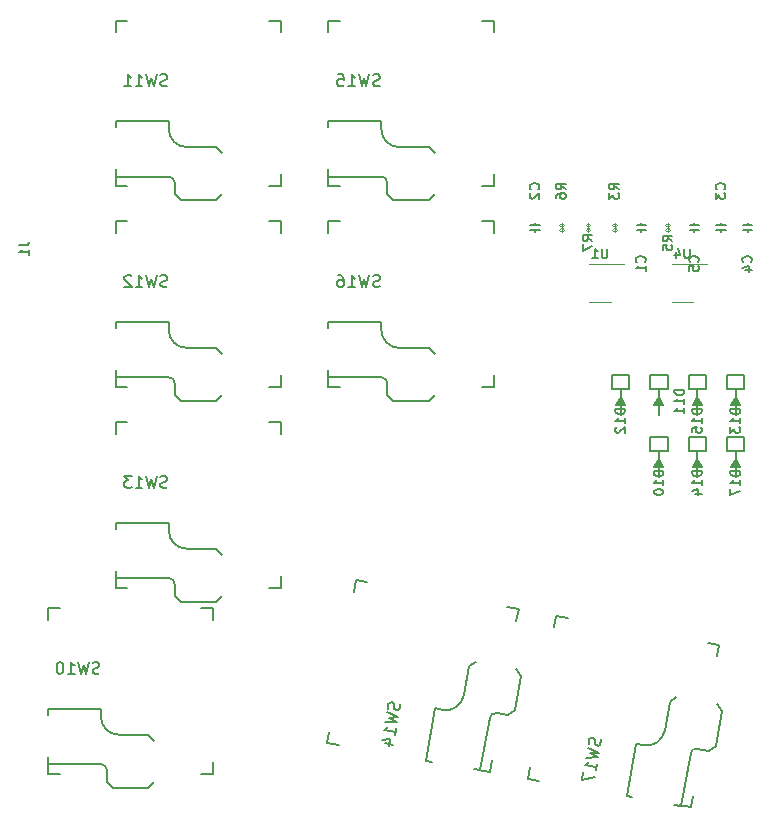
<source format=gbr>
%TF.GenerationSoftware,KiCad,Pcbnew,(5.99.0-11706-g59ad333650)*%
%TF.CreationDate,2021-08-22T22:29:06-05:00*%
%TF.ProjectId,lightwing_prototype,6c696768-7477-4696-9e67-5f70726f746f,rev?*%
%TF.SameCoordinates,Original*%
%TF.FileFunction,Legend,Bot*%
%TF.FilePolarity,Positive*%
%FSLAX46Y46*%
G04 Gerber Fmt 4.6, Leading zero omitted, Abs format (unit mm)*
G04 Created by KiCad (PCBNEW (5.99.0-11706-g59ad333650)) date 2021-08-22 22:29:06*
%MOMM*%
%LPD*%
G01*
G04 APERTURE LIST*
%ADD10C,0.152400*%
%ADD11C,0.150000*%
%ADD12C,0.120000*%
%ADD13C,0.160000*%
%ADD14C,0.200000*%
G04 APERTURE END LIST*
D10*
%TO.C,U4*%
X131119276Y-54804895D02*
X131119276Y-55462876D01*
X131080571Y-55540285D01*
X131041866Y-55578990D01*
X130964457Y-55617695D01*
X130809638Y-55617695D01*
X130732228Y-55578990D01*
X130693523Y-55540285D01*
X130654819Y-55462876D01*
X130654819Y-54804895D01*
X129919428Y-55075828D02*
X129919428Y-55617695D01*
X130112952Y-54766190D02*
X130306476Y-55346761D01*
X129803314Y-55346761D01*
%TO.C,D15*%
X132117695Y-68365473D02*
X131304895Y-68365473D01*
X131304895Y-68558997D01*
X131343600Y-68675111D01*
X131421009Y-68752520D01*
X131498419Y-68791225D01*
X131653238Y-68829930D01*
X131769352Y-68829930D01*
X131924171Y-68791225D01*
X132001580Y-68752520D01*
X132078990Y-68675111D01*
X132117695Y-68558997D01*
X132117695Y-68365473D01*
X132117695Y-69604025D02*
X132117695Y-69139568D01*
X132117695Y-69371797D02*
X131304895Y-69371797D01*
X131421009Y-69294387D01*
X131498419Y-69216978D01*
X131537123Y-69139568D01*
X131304895Y-70339416D02*
X131304895Y-69952368D01*
X131691942Y-69913663D01*
X131653238Y-69952368D01*
X131614533Y-70029778D01*
X131614533Y-70223301D01*
X131653238Y-70300711D01*
X131691942Y-70339416D01*
X131769352Y-70378120D01*
X131962876Y-70378120D01*
X132040285Y-70339416D01*
X132078990Y-70300711D01*
X132117695Y-70223301D01*
X132117695Y-70029778D01*
X132078990Y-69952368D01*
X132040285Y-69913663D01*
D11*
%TO.C,SW14*%
X106564908Y-93334924D02*
X106586996Y-93483879D01*
X106545652Y-93718357D01*
X106482218Y-93803880D01*
X106427053Y-93842506D01*
X106324993Y-93872864D01*
X106231202Y-93856326D01*
X106145680Y-93792893D01*
X106107053Y-93737728D01*
X106076696Y-93635668D01*
X106062876Y-93439816D01*
X106032518Y-93337756D01*
X105993891Y-93282592D01*
X105908369Y-93219158D01*
X105814578Y-93202620D01*
X105712518Y-93232978D01*
X105657353Y-93271605D01*
X105593920Y-93357127D01*
X105552575Y-93591605D01*
X105574664Y-93740561D01*
X105469885Y-94060561D02*
X106413348Y-94468687D01*
X105676838Y-94532235D01*
X106347197Y-94843852D01*
X105321044Y-94904682D01*
X106148741Y-95969347D02*
X106247969Y-95406599D01*
X106198355Y-95687973D02*
X105213547Y-95514325D01*
X105370772Y-95445340D01*
X105481101Y-95368087D01*
X105544535Y-95282565D01*
X105343362Y-96697702D02*
X105999900Y-96813467D01*
X105009542Y-96397072D02*
X105754321Y-96286629D01*
X105646824Y-96896272D01*
D10*
%TO.C,D17*%
X135367695Y-73615473D02*
X134554895Y-73615473D01*
X134554895Y-73808997D01*
X134593600Y-73925111D01*
X134671009Y-74002520D01*
X134748419Y-74041225D01*
X134903238Y-74079930D01*
X135019352Y-74079930D01*
X135174171Y-74041225D01*
X135251580Y-74002520D01*
X135328990Y-73925111D01*
X135367695Y-73808997D01*
X135367695Y-73615473D01*
X135367695Y-74854025D02*
X135367695Y-74389568D01*
X135367695Y-74621797D02*
X134554895Y-74621797D01*
X134671009Y-74544387D01*
X134748419Y-74466978D01*
X134787123Y-74389568D01*
X134554895Y-75124959D02*
X134554895Y-75666825D01*
X135367695Y-75318482D01*
D11*
%TO.C,SW17*%
X123564908Y-96334924D02*
X123586996Y-96483879D01*
X123545652Y-96718357D01*
X123482218Y-96803880D01*
X123427053Y-96842506D01*
X123324993Y-96872864D01*
X123231202Y-96856326D01*
X123145680Y-96792893D01*
X123107053Y-96737728D01*
X123076696Y-96635668D01*
X123062876Y-96439816D01*
X123032518Y-96337756D01*
X122993891Y-96282592D01*
X122908369Y-96219158D01*
X122814578Y-96202620D01*
X122712518Y-96232978D01*
X122657353Y-96271605D01*
X122593920Y-96357127D01*
X122552575Y-96591605D01*
X122574664Y-96740561D01*
X122469885Y-97060561D02*
X123413348Y-97468687D01*
X122676838Y-97532235D01*
X123347197Y-97843852D01*
X122321044Y-97904682D01*
X123148741Y-98969347D02*
X123247969Y-98406599D01*
X123198355Y-98687973D02*
X122213547Y-98514325D01*
X122370772Y-98445340D01*
X122481101Y-98368087D01*
X122544535Y-98282565D01*
X122106051Y-99123968D02*
X121990286Y-99780506D01*
X123049514Y-99532094D01*
D10*
%TO.C,C1*%
X127290285Y-55938040D02*
X127328990Y-55899336D01*
X127367695Y-55783221D01*
X127367695Y-55705812D01*
X127328990Y-55589698D01*
X127251580Y-55512288D01*
X127174171Y-55473583D01*
X127019352Y-55434879D01*
X126903238Y-55434879D01*
X126748419Y-55473583D01*
X126671009Y-55512288D01*
X126593600Y-55589698D01*
X126554895Y-55705812D01*
X126554895Y-55783221D01*
X126593600Y-55899336D01*
X126632304Y-55938040D01*
X127367695Y-56712136D02*
X127367695Y-56247679D01*
X127367695Y-56479907D02*
X126554895Y-56479907D01*
X126671009Y-56402498D01*
X126748419Y-56325088D01*
X126787123Y-56247679D01*
%TO.C,D13*%
X135367695Y-68365473D02*
X134554895Y-68365473D01*
X134554895Y-68558997D01*
X134593600Y-68675111D01*
X134671009Y-68752520D01*
X134748419Y-68791225D01*
X134903238Y-68829930D01*
X135019352Y-68829930D01*
X135174171Y-68791225D01*
X135251580Y-68752520D01*
X135328990Y-68675111D01*
X135367695Y-68558997D01*
X135367695Y-68365473D01*
X135367695Y-69604025D02*
X135367695Y-69139568D01*
X135367695Y-69371797D02*
X134554895Y-69371797D01*
X134671009Y-69294387D01*
X134748419Y-69216978D01*
X134787123Y-69139568D01*
X134554895Y-69874959D02*
X134554895Y-70378120D01*
X134864533Y-70107187D01*
X134864533Y-70223301D01*
X134903238Y-70300711D01*
X134941942Y-70339416D01*
X135019352Y-70378120D01*
X135212876Y-70378120D01*
X135290285Y-70339416D01*
X135328990Y-70300711D01*
X135367695Y-70223301D01*
X135367695Y-69991073D01*
X135328990Y-69913663D01*
X135290285Y-69874959D01*
D11*
%TO.C,SW12*%
X86864523Y-57999761D02*
X86721666Y-58047380D01*
X86483571Y-58047380D01*
X86388333Y-57999761D01*
X86340714Y-57952142D01*
X86293095Y-57856904D01*
X86293095Y-57761666D01*
X86340714Y-57666428D01*
X86388333Y-57618809D01*
X86483571Y-57571190D01*
X86674047Y-57523571D01*
X86769285Y-57475952D01*
X86816904Y-57428333D01*
X86864523Y-57333095D01*
X86864523Y-57237857D01*
X86816904Y-57142619D01*
X86769285Y-57095000D01*
X86674047Y-57047380D01*
X86435952Y-57047380D01*
X86293095Y-57095000D01*
X85959761Y-57047380D02*
X85721666Y-58047380D01*
X85531190Y-57333095D01*
X85340714Y-58047380D01*
X85102619Y-57047380D01*
X84197857Y-58047380D02*
X84769285Y-58047380D01*
X84483571Y-58047380D02*
X84483571Y-57047380D01*
X84578809Y-57190238D01*
X84674047Y-57285476D01*
X84769285Y-57333095D01*
X83816904Y-57142619D02*
X83769285Y-57095000D01*
X83674047Y-57047380D01*
X83435952Y-57047380D01*
X83340714Y-57095000D01*
X83293095Y-57142619D01*
X83245476Y-57237857D01*
X83245476Y-57333095D01*
X83293095Y-57475952D01*
X83864523Y-58047380D01*
X83245476Y-58047380D01*
D10*
%TO.C,D11*%
X130617695Y-66733473D02*
X129804895Y-66733473D01*
X129804895Y-66926997D01*
X129843600Y-67043111D01*
X129921009Y-67120520D01*
X129998419Y-67159225D01*
X130153238Y-67197930D01*
X130269352Y-67197930D01*
X130424171Y-67159225D01*
X130501580Y-67120520D01*
X130578990Y-67043111D01*
X130617695Y-66926997D01*
X130617695Y-66733473D01*
X130617695Y-67972025D02*
X130617695Y-67507568D01*
X130617695Y-67739797D02*
X129804895Y-67739797D01*
X129921009Y-67662387D01*
X129998419Y-67584978D01*
X130037123Y-67507568D01*
X130617695Y-68746120D02*
X130617695Y-68281663D01*
X130617695Y-68513892D02*
X129804895Y-68513892D01*
X129921009Y-68436482D01*
X129998419Y-68359073D01*
X130037123Y-68281663D01*
%TO.C,R3*%
X125117695Y-49789025D02*
X124730647Y-49518092D01*
X125117695Y-49324568D02*
X124304895Y-49324568D01*
X124304895Y-49634206D01*
X124343600Y-49711616D01*
X124382304Y-49750320D01*
X124459714Y-49789025D01*
X124575828Y-49789025D01*
X124653238Y-49750320D01*
X124691942Y-49711616D01*
X124730647Y-49634206D01*
X124730647Y-49324568D01*
X124304895Y-50059959D02*
X124304895Y-50563120D01*
X124614533Y-50292187D01*
X124614533Y-50408301D01*
X124653238Y-50485711D01*
X124691942Y-50524416D01*
X124769352Y-50563120D01*
X124962876Y-50563120D01*
X125040285Y-50524416D01*
X125078990Y-50485711D01*
X125117695Y-50408301D01*
X125117695Y-50176073D01*
X125078990Y-50098663D01*
X125040285Y-50059959D01*
D11*
%TO.C,SW13*%
X86864523Y-74999761D02*
X86721666Y-75047380D01*
X86483571Y-75047380D01*
X86388333Y-74999761D01*
X86340714Y-74952142D01*
X86293095Y-74856904D01*
X86293095Y-74761666D01*
X86340714Y-74666428D01*
X86388333Y-74618809D01*
X86483571Y-74571190D01*
X86674047Y-74523571D01*
X86769285Y-74475952D01*
X86816904Y-74428333D01*
X86864523Y-74333095D01*
X86864523Y-74237857D01*
X86816904Y-74142619D01*
X86769285Y-74095000D01*
X86674047Y-74047380D01*
X86435952Y-74047380D01*
X86293095Y-74095000D01*
X85959761Y-74047380D02*
X85721666Y-75047380D01*
X85531190Y-74333095D01*
X85340714Y-75047380D01*
X85102619Y-74047380D01*
X84197857Y-75047380D02*
X84769285Y-75047380D01*
X84483571Y-75047380D02*
X84483571Y-74047380D01*
X84578809Y-74190238D01*
X84674047Y-74285476D01*
X84769285Y-74333095D01*
X83864523Y-74047380D02*
X83245476Y-74047380D01*
X83578809Y-74428333D01*
X83435952Y-74428333D01*
X83340714Y-74475952D01*
X83293095Y-74523571D01*
X83245476Y-74618809D01*
X83245476Y-74856904D01*
X83293095Y-74952142D01*
X83340714Y-74999761D01*
X83435952Y-75047380D01*
X83721666Y-75047380D01*
X83816904Y-74999761D01*
X83864523Y-74952142D01*
D10*
%TO.C,R7*%
X122867695Y-54153025D02*
X122480647Y-53882092D01*
X122867695Y-53688568D02*
X122054895Y-53688568D01*
X122054895Y-53998206D01*
X122093600Y-54075616D01*
X122132304Y-54114320D01*
X122209714Y-54153025D01*
X122325828Y-54153025D01*
X122403238Y-54114320D01*
X122441942Y-54075616D01*
X122480647Y-53998206D01*
X122480647Y-53688568D01*
X122054895Y-54423959D02*
X122054895Y-54965825D01*
X122867695Y-54617482D01*
D11*
%TO.C,SW10*%
X81114523Y-90749761D02*
X80971666Y-90797380D01*
X80733571Y-90797380D01*
X80638333Y-90749761D01*
X80590714Y-90702142D01*
X80543095Y-90606904D01*
X80543095Y-90511666D01*
X80590714Y-90416428D01*
X80638333Y-90368809D01*
X80733571Y-90321190D01*
X80924047Y-90273571D01*
X81019285Y-90225952D01*
X81066904Y-90178333D01*
X81114523Y-90083095D01*
X81114523Y-89987857D01*
X81066904Y-89892619D01*
X81019285Y-89845000D01*
X80924047Y-89797380D01*
X80685952Y-89797380D01*
X80543095Y-89845000D01*
X80209761Y-89797380D02*
X79971666Y-90797380D01*
X79781190Y-90083095D01*
X79590714Y-90797380D01*
X79352619Y-89797380D01*
X78447857Y-90797380D02*
X79019285Y-90797380D01*
X78733571Y-90797380D02*
X78733571Y-89797380D01*
X78828809Y-89940238D01*
X78924047Y-90035476D01*
X79019285Y-90083095D01*
X77828809Y-89797380D02*
X77733571Y-89797380D01*
X77638333Y-89845000D01*
X77590714Y-89892619D01*
X77543095Y-89987857D01*
X77495476Y-90178333D01*
X77495476Y-90416428D01*
X77543095Y-90606904D01*
X77590714Y-90702142D01*
X77638333Y-90749761D01*
X77733571Y-90797380D01*
X77828809Y-90797380D01*
X77924047Y-90749761D01*
X77971666Y-90702142D01*
X78019285Y-90606904D01*
X78066904Y-90416428D01*
X78066904Y-90178333D01*
X78019285Y-89987857D01*
X77971666Y-89892619D01*
X77924047Y-89845000D01*
X77828809Y-89797380D01*
%TO.C,SW11*%
X86864523Y-40999761D02*
X86721666Y-41047380D01*
X86483571Y-41047380D01*
X86388333Y-40999761D01*
X86340714Y-40952142D01*
X86293095Y-40856904D01*
X86293095Y-40761666D01*
X86340714Y-40666428D01*
X86388333Y-40618809D01*
X86483571Y-40571190D01*
X86674047Y-40523571D01*
X86769285Y-40475952D01*
X86816904Y-40428333D01*
X86864523Y-40333095D01*
X86864523Y-40237857D01*
X86816904Y-40142619D01*
X86769285Y-40095000D01*
X86674047Y-40047380D01*
X86435952Y-40047380D01*
X86293095Y-40095000D01*
X85959761Y-40047380D02*
X85721666Y-41047380D01*
X85531190Y-40333095D01*
X85340714Y-41047380D01*
X85102619Y-40047380D01*
X84197857Y-41047380D02*
X84769285Y-41047380D01*
X84483571Y-41047380D02*
X84483571Y-40047380D01*
X84578809Y-40190238D01*
X84674047Y-40285476D01*
X84769285Y-40333095D01*
X83245476Y-41047380D02*
X83816904Y-41047380D01*
X83531190Y-41047380D02*
X83531190Y-40047380D01*
X83626428Y-40190238D01*
X83721666Y-40285476D01*
X83816904Y-40333095D01*
%TO.C,SW16*%
X104864523Y-57999761D02*
X104721666Y-58047380D01*
X104483571Y-58047380D01*
X104388333Y-57999761D01*
X104340714Y-57952142D01*
X104293095Y-57856904D01*
X104293095Y-57761666D01*
X104340714Y-57666428D01*
X104388333Y-57618809D01*
X104483571Y-57571190D01*
X104674047Y-57523571D01*
X104769285Y-57475952D01*
X104816904Y-57428333D01*
X104864523Y-57333095D01*
X104864523Y-57237857D01*
X104816904Y-57142619D01*
X104769285Y-57095000D01*
X104674047Y-57047380D01*
X104435952Y-57047380D01*
X104293095Y-57095000D01*
X103959761Y-57047380D02*
X103721666Y-58047380D01*
X103531190Y-57333095D01*
X103340714Y-58047380D01*
X103102619Y-57047380D01*
X102197857Y-58047380D02*
X102769285Y-58047380D01*
X102483571Y-58047380D02*
X102483571Y-57047380D01*
X102578809Y-57190238D01*
X102674047Y-57285476D01*
X102769285Y-57333095D01*
X101340714Y-57047380D02*
X101531190Y-57047380D01*
X101626428Y-57095000D01*
X101674047Y-57142619D01*
X101769285Y-57285476D01*
X101816904Y-57475952D01*
X101816904Y-57856904D01*
X101769285Y-57952142D01*
X101721666Y-57999761D01*
X101626428Y-58047380D01*
X101435952Y-58047380D01*
X101340714Y-57999761D01*
X101293095Y-57952142D01*
X101245476Y-57856904D01*
X101245476Y-57618809D01*
X101293095Y-57523571D01*
X101340714Y-57475952D01*
X101435952Y-57428333D01*
X101626428Y-57428333D01*
X101721666Y-57475952D01*
X101769285Y-57523571D01*
X101816904Y-57618809D01*
D10*
%TO.C,C5*%
X131790285Y-55939040D02*
X131828990Y-55900336D01*
X131867695Y-55784221D01*
X131867695Y-55706812D01*
X131828990Y-55590698D01*
X131751580Y-55513288D01*
X131674171Y-55474583D01*
X131519352Y-55435879D01*
X131403238Y-55435879D01*
X131248419Y-55474583D01*
X131171009Y-55513288D01*
X131093600Y-55590698D01*
X131054895Y-55706812D01*
X131054895Y-55784221D01*
X131093600Y-55900336D01*
X131132304Y-55939040D01*
X131054895Y-56674431D02*
X131054895Y-56287383D01*
X131441942Y-56248679D01*
X131403238Y-56287383D01*
X131364533Y-56364793D01*
X131364533Y-56558317D01*
X131403238Y-56635726D01*
X131441942Y-56674431D01*
X131519352Y-56713136D01*
X131712876Y-56713136D01*
X131790285Y-56674431D01*
X131828990Y-56635726D01*
X131867695Y-56558317D01*
X131867695Y-56364793D01*
X131828990Y-56287383D01*
X131790285Y-56248679D01*
%TO.C,D12*%
X125617695Y-68365473D02*
X124804895Y-68365473D01*
X124804895Y-68558997D01*
X124843600Y-68675111D01*
X124921009Y-68752520D01*
X124998419Y-68791225D01*
X125153238Y-68829930D01*
X125269352Y-68829930D01*
X125424171Y-68791225D01*
X125501580Y-68752520D01*
X125578990Y-68675111D01*
X125617695Y-68558997D01*
X125617695Y-68365473D01*
X125617695Y-69604025D02*
X125617695Y-69139568D01*
X125617695Y-69371797D02*
X124804895Y-69371797D01*
X124921009Y-69294387D01*
X124998419Y-69216978D01*
X125037123Y-69139568D01*
X124882304Y-69913663D02*
X124843600Y-69952368D01*
X124804895Y-70029778D01*
X124804895Y-70223301D01*
X124843600Y-70300711D01*
X124882304Y-70339416D01*
X124959714Y-70378120D01*
X125037123Y-70378120D01*
X125153238Y-70339416D01*
X125617695Y-69874959D01*
X125617695Y-70378120D01*
%TO.C,R5*%
X129617695Y-54154025D02*
X129230647Y-53883092D01*
X129617695Y-53689568D02*
X128804895Y-53689568D01*
X128804895Y-53999206D01*
X128843600Y-54076616D01*
X128882304Y-54115320D01*
X128959714Y-54154025D01*
X129075828Y-54154025D01*
X129153238Y-54115320D01*
X129191942Y-54076616D01*
X129230647Y-53999206D01*
X129230647Y-53689568D01*
X128804895Y-54889416D02*
X128804895Y-54502368D01*
X129191942Y-54463663D01*
X129153238Y-54502368D01*
X129114533Y-54579778D01*
X129114533Y-54773301D01*
X129153238Y-54850711D01*
X129191942Y-54889416D01*
X129269352Y-54928120D01*
X129462876Y-54928120D01*
X129540285Y-54889416D01*
X129578990Y-54850711D01*
X129617695Y-54773301D01*
X129617695Y-54579778D01*
X129578990Y-54502368D01*
X129540285Y-54463663D01*
%TO.C,D14*%
X132117695Y-73615473D02*
X131304895Y-73615473D01*
X131304895Y-73808997D01*
X131343600Y-73925111D01*
X131421009Y-74002520D01*
X131498419Y-74041225D01*
X131653238Y-74079930D01*
X131769352Y-74079930D01*
X131924171Y-74041225D01*
X132001580Y-74002520D01*
X132078990Y-73925111D01*
X132117695Y-73808997D01*
X132117695Y-73615473D01*
X132117695Y-74854025D02*
X132117695Y-74389568D01*
X132117695Y-74621797D02*
X131304895Y-74621797D01*
X131421009Y-74544387D01*
X131498419Y-74466978D01*
X131537123Y-74389568D01*
X131575828Y-75550711D02*
X132117695Y-75550711D01*
X131266190Y-75357187D02*
X131846761Y-75163663D01*
X131846761Y-75666825D01*
%TO.C,C3*%
X134040285Y-49789025D02*
X134078990Y-49750320D01*
X134117695Y-49634206D01*
X134117695Y-49556797D01*
X134078990Y-49440682D01*
X134001580Y-49363273D01*
X133924171Y-49324568D01*
X133769352Y-49285863D01*
X133653238Y-49285863D01*
X133498419Y-49324568D01*
X133421009Y-49363273D01*
X133343600Y-49440682D01*
X133304895Y-49556797D01*
X133304895Y-49634206D01*
X133343600Y-49750320D01*
X133382304Y-49789025D01*
X133304895Y-50059959D02*
X133304895Y-50563120D01*
X133614533Y-50292187D01*
X133614533Y-50408301D01*
X133653238Y-50485711D01*
X133691942Y-50524416D01*
X133769352Y-50563120D01*
X133962876Y-50563120D01*
X134040285Y-50524416D01*
X134078990Y-50485711D01*
X134117695Y-50408301D01*
X134117695Y-50176073D01*
X134078990Y-50098663D01*
X134040285Y-50059959D01*
D11*
%TO.C,SW15*%
X104864523Y-40999761D02*
X104721666Y-41047380D01*
X104483571Y-41047380D01*
X104388333Y-40999761D01*
X104340714Y-40952142D01*
X104293095Y-40856904D01*
X104293095Y-40761666D01*
X104340714Y-40666428D01*
X104388333Y-40618809D01*
X104483571Y-40571190D01*
X104674047Y-40523571D01*
X104769285Y-40475952D01*
X104816904Y-40428333D01*
X104864523Y-40333095D01*
X104864523Y-40237857D01*
X104816904Y-40142619D01*
X104769285Y-40095000D01*
X104674047Y-40047380D01*
X104435952Y-40047380D01*
X104293095Y-40095000D01*
X103959761Y-40047380D02*
X103721666Y-41047380D01*
X103531190Y-40333095D01*
X103340714Y-41047380D01*
X103102619Y-40047380D01*
X102197857Y-41047380D02*
X102769285Y-41047380D01*
X102483571Y-41047380D02*
X102483571Y-40047380D01*
X102578809Y-40190238D01*
X102674047Y-40285476D01*
X102769285Y-40333095D01*
X101293095Y-40047380D02*
X101769285Y-40047380D01*
X101816904Y-40523571D01*
X101769285Y-40475952D01*
X101674047Y-40428333D01*
X101435952Y-40428333D01*
X101340714Y-40475952D01*
X101293095Y-40523571D01*
X101245476Y-40618809D01*
X101245476Y-40856904D01*
X101293095Y-40952142D01*
X101340714Y-40999761D01*
X101435952Y-41047380D01*
X101674047Y-41047380D01*
X101769285Y-40999761D01*
X101816904Y-40952142D01*
D10*
%TO.C,U1*%
X124119276Y-54804895D02*
X124119276Y-55462876D01*
X124080571Y-55540285D01*
X124041866Y-55578990D01*
X123964457Y-55617695D01*
X123809638Y-55617695D01*
X123732228Y-55578990D01*
X123693523Y-55540285D01*
X123654819Y-55462876D01*
X123654819Y-54804895D01*
X122842019Y-55617695D02*
X123306476Y-55617695D01*
X123074247Y-55617695D02*
X123074247Y-54804895D01*
X123151657Y-54921009D01*
X123229066Y-54998419D01*
X123306476Y-55037123D01*
%TO.C,J1*%
X74341115Y-54529066D02*
X74921686Y-54529066D01*
X75037800Y-54490361D01*
X75115210Y-54412952D01*
X75153915Y-54296838D01*
X75153915Y-54219428D01*
X75153915Y-55341866D02*
X75153915Y-54877409D01*
X75153915Y-55109638D02*
X74341115Y-55109638D01*
X74457229Y-55032228D01*
X74534639Y-54954819D01*
X74573343Y-54877409D01*
%TO.C,C4*%
X136290285Y-55938040D02*
X136328990Y-55899336D01*
X136367695Y-55783221D01*
X136367695Y-55705812D01*
X136328990Y-55589698D01*
X136251580Y-55512288D01*
X136174171Y-55473583D01*
X136019352Y-55434879D01*
X135903238Y-55434879D01*
X135748419Y-55473583D01*
X135671009Y-55512288D01*
X135593600Y-55589698D01*
X135554895Y-55705812D01*
X135554895Y-55783221D01*
X135593600Y-55899336D01*
X135632304Y-55938040D01*
X135825828Y-56634726D02*
X136367695Y-56634726D01*
X135516190Y-56441202D02*
X136096761Y-56247679D01*
X136096761Y-56750840D01*
%TO.C,D10*%
X128867695Y-73615473D02*
X128054895Y-73615473D01*
X128054895Y-73808997D01*
X128093600Y-73925111D01*
X128171009Y-74002520D01*
X128248419Y-74041225D01*
X128403238Y-74079930D01*
X128519352Y-74079930D01*
X128674171Y-74041225D01*
X128751580Y-74002520D01*
X128828990Y-73925111D01*
X128867695Y-73808997D01*
X128867695Y-73615473D01*
X128867695Y-74854025D02*
X128867695Y-74389568D01*
X128867695Y-74621797D02*
X128054895Y-74621797D01*
X128171009Y-74544387D01*
X128248419Y-74466978D01*
X128287123Y-74389568D01*
X128054895Y-75357187D02*
X128054895Y-75434597D01*
X128093600Y-75512006D01*
X128132304Y-75550711D01*
X128209714Y-75589416D01*
X128364533Y-75628120D01*
X128558057Y-75628120D01*
X128712876Y-75589416D01*
X128790285Y-75550711D01*
X128828990Y-75512006D01*
X128867695Y-75434597D01*
X128867695Y-75357187D01*
X128828990Y-75279778D01*
X128790285Y-75241073D01*
X128712876Y-75202368D01*
X128558057Y-75163663D01*
X128364533Y-75163663D01*
X128209714Y-75202368D01*
X128132304Y-75241073D01*
X128093600Y-75279778D01*
X128054895Y-75357187D01*
%TO.C,R6*%
X120617695Y-49789025D02*
X120230647Y-49518092D01*
X120617695Y-49324568D02*
X119804895Y-49324568D01*
X119804895Y-49634206D01*
X119843600Y-49711616D01*
X119882304Y-49750320D01*
X119959714Y-49789025D01*
X120075828Y-49789025D01*
X120153238Y-49750320D01*
X120191942Y-49711616D01*
X120230647Y-49634206D01*
X120230647Y-49324568D01*
X119804895Y-50485711D02*
X119804895Y-50330892D01*
X119843600Y-50253482D01*
X119882304Y-50214778D01*
X119998419Y-50137368D01*
X120153238Y-50098663D01*
X120462876Y-50098663D01*
X120540285Y-50137368D01*
X120578990Y-50176073D01*
X120617695Y-50253482D01*
X120617695Y-50408301D01*
X120578990Y-50485711D01*
X120540285Y-50524416D01*
X120462876Y-50563120D01*
X120269352Y-50563120D01*
X120191942Y-50524416D01*
X120153238Y-50485711D01*
X120114533Y-50408301D01*
X120114533Y-50253482D01*
X120153238Y-50176073D01*
X120191942Y-50137368D01*
X120269352Y-50098663D01*
%TO.C,C2*%
X118290285Y-49789025D02*
X118328990Y-49750320D01*
X118367695Y-49634206D01*
X118367695Y-49556797D01*
X118328990Y-49440682D01*
X118251580Y-49363273D01*
X118174171Y-49324568D01*
X118019352Y-49285863D01*
X117903238Y-49285863D01*
X117748419Y-49324568D01*
X117671009Y-49363273D01*
X117593600Y-49440682D01*
X117554895Y-49556797D01*
X117554895Y-49634206D01*
X117593600Y-49750320D01*
X117632304Y-49789025D01*
X117632304Y-50098663D02*
X117593600Y-50137368D01*
X117554895Y-50214778D01*
X117554895Y-50408301D01*
X117593600Y-50485711D01*
X117632304Y-50524416D01*
X117709714Y-50563120D01*
X117787123Y-50563120D01*
X117903238Y-50524416D01*
X118367695Y-50059959D01*
X118367695Y-50563120D01*
D12*
%TO.C,U4*%
X129600000Y-59350000D02*
X131400000Y-59350000D01*
X129600000Y-56140000D02*
X132550000Y-56140000D01*
D13*
%TO.C,D15*%
X132131000Y-68004000D02*
X131750000Y-67369000D01*
X131750000Y-67369000D02*
X131369000Y-68004000D01*
X131369000Y-68004000D02*
X132131000Y-68004000D01*
G36*
X132131000Y-68004000D02*
G01*
X131369000Y-68004000D01*
X131750000Y-67369000D01*
X132131000Y-68004000D01*
G37*
X132131000Y-68004000D02*
X131369000Y-68004000D01*
X131750000Y-67369000D01*
X132131000Y-68004000D01*
X132131000Y-68004000D02*
X131750000Y-67369000D01*
X131750000Y-67369000D02*
X131369000Y-68004000D01*
X131750000Y-68004000D02*
X131750000Y-68867600D01*
X131013400Y-66683200D02*
X132486600Y-66683200D01*
X131369000Y-68004000D02*
X132131000Y-68004000D01*
X132486600Y-66683200D02*
X132486600Y-65514800D01*
X131750000Y-66708600D02*
X131750000Y-67369000D01*
X131013400Y-65514800D02*
X131013400Y-66683200D01*
X132486600Y-65514800D02*
X131013400Y-65514800D01*
D11*
%TO.C,SW14*%
X100390808Y-96678117D02*
X100564457Y-95693309D01*
X112799386Y-98866084D02*
X113390271Y-98970273D01*
X116314951Y-93901127D02*
X115735723Y-94306706D01*
X102821883Y-82890808D02*
X103806691Y-83064457D01*
X116609192Y-85321883D02*
X116435543Y-86306691D01*
X108761674Y-98154127D02*
X109254078Y-98240951D01*
X114178117Y-99109192D02*
X113193309Y-98935543D01*
X116430316Y-90367475D02*
X116835896Y-90946703D01*
X109543091Y-93722492D02*
X108761674Y-98154127D01*
X114351765Y-98124384D02*
X114178117Y-99109192D01*
X115624384Y-85148235D02*
X116609192Y-85321883D01*
X110232457Y-93844045D02*
X109543091Y-93722492D01*
X116835896Y-90946703D02*
X116314951Y-93901127D01*
X112404261Y-90165287D02*
X111970141Y-92627306D01*
X101375616Y-96851765D02*
X100390808Y-96678117D01*
X102648235Y-83875616D02*
X102821883Y-82890808D01*
X114750916Y-94133058D02*
X115735723Y-94306706D01*
X112983489Y-89759707D02*
X112404261Y-90165287D01*
X113390271Y-98970273D02*
X114171688Y-94538638D01*
X111970140Y-92627306D02*
G75*
G02*
X110232457Y-93844045I-1477211J260472D01*
G01*
X114171688Y-94538638D02*
G75*
G02*
X114750916Y-94133058I492404J-86824D01*
G01*
D13*
%TO.C,D17*%
X135381000Y-73254000D02*
X135000000Y-72619000D01*
X135000000Y-72619000D02*
X134619000Y-73254000D01*
X134619000Y-73254000D02*
X135381000Y-73254000D01*
G36*
X135381000Y-73254000D02*
G01*
X134619000Y-73254000D01*
X135000000Y-72619000D01*
X135381000Y-73254000D01*
G37*
X135381000Y-73254000D02*
X134619000Y-73254000D01*
X135000000Y-72619000D01*
X135381000Y-73254000D01*
X135736600Y-71933200D02*
X135736600Y-70764800D01*
X135381000Y-73254000D02*
X135000000Y-72619000D01*
X134263400Y-71933200D02*
X135736600Y-71933200D01*
X135736600Y-70764800D02*
X134263400Y-70764800D01*
X134619000Y-73254000D02*
X135381000Y-73254000D01*
X134263400Y-70764800D02*
X134263400Y-71933200D01*
X135000000Y-72619000D02*
X134619000Y-73254000D01*
X135000000Y-71958600D02*
X135000000Y-72619000D01*
X135000000Y-73254000D02*
X135000000Y-74117600D01*
D11*
%TO.C,SW17*%
X119648235Y-86875616D02*
X119821883Y-85890808D01*
X117390808Y-99678117D02*
X117564457Y-98693309D01*
X129404261Y-93165287D02*
X128970141Y-95627306D01*
X126543091Y-96722492D02*
X125761674Y-101154127D01*
X131351765Y-101124384D02*
X131178117Y-102109192D01*
X133314951Y-96901127D02*
X132735723Y-97306706D01*
X133430316Y-93367475D02*
X133835896Y-93946703D01*
X129799386Y-101866084D02*
X130390271Y-101970273D01*
X131178117Y-102109192D02*
X130193309Y-101935543D01*
X118375616Y-99851765D02*
X117390808Y-99678117D01*
X130390271Y-101970273D02*
X131171688Y-97538638D01*
X129983489Y-92759707D02*
X129404261Y-93165287D01*
X131750916Y-97133058D02*
X132735723Y-97306706D01*
X133609192Y-88321883D02*
X133435543Y-89306691D01*
X119821883Y-85890808D02*
X120806691Y-86064457D01*
X132624384Y-88148235D02*
X133609192Y-88321883D01*
X127232457Y-96844045D02*
X126543091Y-96722492D01*
X133835896Y-93946703D02*
X133314951Y-96901127D01*
X125761674Y-101154127D02*
X126254078Y-101240951D01*
X131171688Y-97538638D02*
G75*
G02*
X131750916Y-97133058I492404J-86824D01*
G01*
X128970140Y-95627306D02*
G75*
G02*
X127232457Y-96844045I-1477211J260472D01*
G01*
D14*
%TO.C,C1*%
X127000000Y-52599000D02*
X127000000Y-52799000D01*
X126600000Y-53199000D02*
X127400000Y-53199000D01*
X126600000Y-52799000D02*
X127400000Y-52799000D01*
X127000000Y-53199000D02*
X127000000Y-53399000D01*
D13*
%TO.C,D13*%
X135736600Y-65514800D02*
X134263400Y-65514800D01*
X134619000Y-68004000D02*
X135381000Y-68004000D01*
X135000000Y-67369000D02*
X134619000Y-68004000D01*
X134263400Y-65514800D02*
X134263400Y-66683200D01*
X135000000Y-66708600D02*
X135000000Y-67369000D01*
X135381000Y-68004000D02*
X135000000Y-67369000D01*
X135000000Y-68004000D02*
X135000000Y-68867600D01*
X135736600Y-66683200D02*
X135736600Y-65514800D01*
X134263400Y-66683200D02*
X135736600Y-66683200D01*
X135381000Y-68004000D02*
X135000000Y-67369000D01*
X135000000Y-67369000D02*
X134619000Y-68004000D01*
X134619000Y-68004000D02*
X135381000Y-68004000D01*
G36*
X135381000Y-68004000D02*
G01*
X134619000Y-68004000D01*
X135000000Y-67369000D01*
X135381000Y-68004000D01*
G37*
X135381000Y-68004000D02*
X134619000Y-68004000D01*
X135000000Y-67369000D01*
X135381000Y-68004000D01*
D11*
%TO.C,SW12*%
X87000000Y-61000000D02*
X82500000Y-61000000D01*
X91500000Y-67200000D02*
X91000000Y-67700000D01*
X87000000Y-61700000D02*
X87000000Y-61000000D01*
X82500000Y-65100000D02*
X82500000Y-65700000D01*
X88000000Y-67700000D02*
X87500000Y-67200000D01*
X91500000Y-63700000D02*
X91000000Y-63200000D01*
X87500000Y-66200000D02*
X87500000Y-67200000D01*
X91000000Y-63200000D02*
X88500000Y-63200000D01*
X91000000Y-67700000D02*
X88000000Y-67700000D01*
X96500000Y-52500000D02*
X96500000Y-53500000D01*
X96500000Y-65500000D02*
X96500000Y-66500000D01*
X82500000Y-53500000D02*
X82500000Y-52500000D01*
X82500000Y-52500000D02*
X83500000Y-52500000D01*
X82500000Y-65700000D02*
X87000000Y-65700000D01*
X82500000Y-66500000D02*
X82500000Y-65500000D01*
X83500000Y-66500000D02*
X82500000Y-66500000D01*
X95500000Y-52500000D02*
X96500000Y-52500000D01*
X96500000Y-66500000D02*
X95500000Y-66500000D01*
X82500000Y-61000000D02*
X82500000Y-61500000D01*
X88500000Y-63200000D02*
G75*
G02*
X87000000Y-61700000I0J1500000D01*
G01*
X87000000Y-65700000D02*
G75*
G02*
X87500000Y-66200000I0J-500000D01*
G01*
D13*
%TO.C,D11*%
X128881000Y-68004000D02*
X128500000Y-67369000D01*
X128500000Y-67369000D02*
X128119000Y-68004000D01*
X128119000Y-68004000D02*
X128881000Y-68004000D01*
G36*
X128881000Y-68004000D02*
G01*
X128119000Y-68004000D01*
X128500000Y-67369000D01*
X128881000Y-68004000D01*
G37*
X128881000Y-68004000D02*
X128119000Y-68004000D01*
X128500000Y-67369000D01*
X128881000Y-68004000D01*
X127763400Y-65514800D02*
X127763400Y-66683200D01*
X129236600Y-66683200D02*
X129236600Y-65514800D01*
X128881000Y-68004000D02*
X128500000Y-67369000D01*
X129236600Y-65514800D02*
X127763400Y-65514800D01*
X128500000Y-66708600D02*
X128500000Y-67369000D01*
X128119000Y-68004000D02*
X128881000Y-68004000D01*
X128500000Y-68004000D02*
X128500000Y-68867600D01*
X127763400Y-66683200D02*
X129236600Y-66683200D01*
X128500000Y-67369000D02*
X128119000Y-68004000D01*
D12*
%TO.C,R3*%
X124750000Y-53399000D02*
X124750000Y-52599000D01*
X124550000Y-53199000D02*
X124750000Y-52999000D01*
X124550000Y-52799000D02*
X124750000Y-52599000D01*
X124750000Y-52599000D02*
X124950000Y-52799000D01*
X124950000Y-52799000D02*
X124750000Y-52999000D01*
X124750000Y-52999000D02*
X124950000Y-53199000D01*
X124750000Y-53399000D02*
X124550000Y-53199000D01*
X124750000Y-52999000D02*
X124550000Y-52799000D01*
X124950000Y-53199000D02*
X124750000Y-53399000D01*
D11*
%TO.C,SW13*%
X82500000Y-70500000D02*
X82500000Y-69500000D01*
X82500000Y-69500000D02*
X83500000Y-69500000D01*
X82500000Y-82100000D02*
X82500000Y-82700000D01*
X91000000Y-84700000D02*
X88000000Y-84700000D01*
X87000000Y-78000000D02*
X82500000Y-78000000D01*
X83500000Y-83500000D02*
X82500000Y-83500000D01*
X96500000Y-82500000D02*
X96500000Y-83500000D01*
X88000000Y-84700000D02*
X87500000Y-84200000D01*
X82500000Y-78000000D02*
X82500000Y-78500000D01*
X82500000Y-82700000D02*
X87000000Y-82700000D01*
X91000000Y-80200000D02*
X88500000Y-80200000D01*
X96500000Y-83500000D02*
X95500000Y-83500000D01*
X91500000Y-80700000D02*
X91000000Y-80200000D01*
X96500000Y-69500000D02*
X96500000Y-70500000D01*
X82500000Y-83500000D02*
X82500000Y-82500000D01*
X87500000Y-83200000D02*
X87500000Y-84200000D01*
X87000000Y-78700000D02*
X87000000Y-78000000D01*
X95500000Y-69500000D02*
X96500000Y-69500000D01*
X91500000Y-84200000D02*
X91000000Y-84700000D01*
X87000000Y-82700000D02*
G75*
G02*
X87500000Y-83200000I0J-500000D01*
G01*
X88500000Y-80200000D02*
G75*
G02*
X87000000Y-78700000I0J1500000D01*
G01*
D12*
%TO.C,R7*%
X122300000Y-52799000D02*
X122500000Y-52599000D01*
X122500000Y-53399000D02*
X122300000Y-53199000D01*
X122500000Y-52999000D02*
X122300000Y-52799000D01*
X122500000Y-52999000D02*
X122700000Y-53199000D01*
X122500000Y-52599000D02*
X122700000Y-52799000D01*
X122700000Y-53199000D02*
X122500000Y-53399000D01*
X122500000Y-52599000D02*
X122500000Y-53399000D01*
X122700000Y-52799000D02*
X122500000Y-52999000D01*
X122300000Y-53199000D02*
X122500000Y-52999000D01*
D11*
%TO.C,SW10*%
X76750000Y-85250000D02*
X77750000Y-85250000D01*
X76750000Y-98450000D02*
X81250000Y-98450000D01*
X90750000Y-98250000D02*
X90750000Y-99250000D01*
X90750000Y-85250000D02*
X90750000Y-86250000D01*
X81250000Y-93750000D02*
X76750000Y-93750000D01*
X77750000Y-99250000D02*
X76750000Y-99250000D01*
X85250000Y-95950000D02*
X82750000Y-95950000D01*
X81250000Y-94450000D02*
X81250000Y-93750000D01*
X85250000Y-100450000D02*
X82250000Y-100450000D01*
X76750000Y-97850000D02*
X76750000Y-98450000D01*
X76750000Y-93750000D02*
X76750000Y-94250000D01*
X81750000Y-98950000D02*
X81750000Y-99950000D01*
X90750000Y-99250000D02*
X89750000Y-99250000D01*
X85750000Y-96450000D02*
X85250000Y-95950000D01*
X76750000Y-99250000D02*
X76750000Y-98250000D01*
X76750000Y-86250000D02*
X76750000Y-85250000D01*
X89750000Y-85250000D02*
X90750000Y-85250000D01*
X85750000Y-99950000D02*
X85250000Y-100450000D01*
X82250000Y-100450000D02*
X81750000Y-99950000D01*
X82750000Y-95950000D02*
G75*
G02*
X81250000Y-94450000I0J1500000D01*
G01*
X81250000Y-98450000D02*
G75*
G02*
X81750000Y-98950000I0J-500000D01*
G01*
%TO.C,SW11*%
X91500000Y-46700000D02*
X91000000Y-46200000D01*
X83500000Y-49500000D02*
X82500000Y-49500000D01*
X88000000Y-50700000D02*
X87500000Y-50200000D01*
X96500000Y-49500000D02*
X95500000Y-49500000D01*
X82500000Y-35500000D02*
X83500000Y-35500000D01*
X87500000Y-49200000D02*
X87500000Y-50200000D01*
X91000000Y-46200000D02*
X88500000Y-46200000D01*
X82500000Y-48700000D02*
X87000000Y-48700000D01*
X87000000Y-44000000D02*
X82500000Y-44000000D01*
X91500000Y-50200000D02*
X91000000Y-50700000D01*
X82500000Y-36500000D02*
X82500000Y-35500000D01*
X96500000Y-48500000D02*
X96500000Y-49500000D01*
X95500000Y-35500000D02*
X96500000Y-35500000D01*
X82500000Y-44000000D02*
X82500000Y-44500000D01*
X91000000Y-50700000D02*
X88000000Y-50700000D01*
X82500000Y-48100000D02*
X82500000Y-48700000D01*
X87000000Y-44700000D02*
X87000000Y-44000000D01*
X82500000Y-49500000D02*
X82500000Y-48500000D01*
X96500000Y-35500000D02*
X96500000Y-36500000D01*
X87000000Y-48700000D02*
G75*
G02*
X87500000Y-49200000I0J-500000D01*
G01*
X88500000Y-46200000D02*
G75*
G02*
X87000000Y-44700000I0J1500000D01*
G01*
%TO.C,SW16*%
X105500000Y-66200000D02*
X105500000Y-67200000D01*
X113500000Y-52500000D02*
X114500000Y-52500000D01*
X100500000Y-61000000D02*
X100500000Y-61500000D01*
X114500000Y-65500000D02*
X114500000Y-66500000D01*
X109000000Y-63200000D02*
X106500000Y-63200000D01*
X101500000Y-66500000D02*
X100500000Y-66500000D01*
X100500000Y-52500000D02*
X101500000Y-52500000D01*
X109000000Y-67700000D02*
X106000000Y-67700000D01*
X100500000Y-66500000D02*
X100500000Y-65500000D01*
X105000000Y-61000000D02*
X100500000Y-61000000D01*
X100500000Y-65100000D02*
X100500000Y-65700000D01*
X114500000Y-66500000D02*
X113500000Y-66500000D01*
X100500000Y-53500000D02*
X100500000Y-52500000D01*
X105000000Y-61700000D02*
X105000000Y-61000000D01*
X109500000Y-63700000D02*
X109000000Y-63200000D01*
X109500000Y-67200000D02*
X109000000Y-67700000D01*
X114500000Y-52500000D02*
X114500000Y-53500000D01*
X106000000Y-67700000D02*
X105500000Y-67200000D01*
X100500000Y-65700000D02*
X105000000Y-65700000D01*
X106500000Y-63200000D02*
G75*
G02*
X105000000Y-61700000I0J1500000D01*
G01*
X105000000Y-65700000D02*
G75*
G02*
X105500000Y-66200000I0J-500000D01*
G01*
D14*
%TO.C,C5*%
X131100000Y-53200000D02*
X131900000Y-53200000D01*
X131100000Y-52800000D02*
X131900000Y-52800000D01*
X131500000Y-52600000D02*
X131500000Y-52800000D01*
X131500000Y-53200000D02*
X131500000Y-53400000D01*
D13*
%TO.C,D12*%
X125250000Y-66708600D02*
X125250000Y-67369000D01*
X125250000Y-68004000D02*
X125250000Y-68867600D01*
X124869000Y-68004000D02*
X125631000Y-68004000D01*
X124513400Y-66683200D02*
X125986600Y-66683200D01*
X125631000Y-68004000D02*
X125250000Y-67369000D01*
X125986600Y-65514800D02*
X124513400Y-65514800D01*
X124513400Y-65514800D02*
X124513400Y-66683200D01*
X125986600Y-66683200D02*
X125986600Y-65514800D01*
X125250000Y-67369000D02*
X124869000Y-68004000D01*
X125631000Y-68004000D02*
X125250000Y-67369000D01*
X125250000Y-67369000D02*
X124869000Y-68004000D01*
X124869000Y-68004000D02*
X125631000Y-68004000D01*
G36*
X125631000Y-68004000D02*
G01*
X124869000Y-68004000D01*
X125250000Y-67369000D01*
X125631000Y-68004000D01*
G37*
X125631000Y-68004000D02*
X124869000Y-68004000D01*
X125250000Y-67369000D01*
X125631000Y-68004000D01*
D12*
%TO.C,R5*%
X129250000Y-53400000D02*
X129050000Y-53200000D01*
X129050000Y-53200000D02*
X129250000Y-53000000D01*
X129250000Y-52600000D02*
X129250000Y-53400000D01*
X129450000Y-53200000D02*
X129250000Y-53400000D01*
X129250000Y-53000000D02*
X129050000Y-52800000D01*
X129050000Y-52800000D02*
X129250000Y-52600000D01*
X129450000Y-52800000D02*
X129250000Y-53000000D01*
X129250000Y-53000000D02*
X129450000Y-53200000D01*
X129250000Y-52600000D02*
X129450000Y-52800000D01*
D13*
%TO.C,D14*%
X132131000Y-73254000D02*
X131750000Y-72619000D01*
X131750000Y-72619000D02*
X131369000Y-73254000D01*
X131369000Y-73254000D02*
X132131000Y-73254000D01*
G36*
X132131000Y-73254000D02*
G01*
X131369000Y-73254000D01*
X131750000Y-72619000D01*
X132131000Y-73254000D01*
G37*
X132131000Y-73254000D02*
X131369000Y-73254000D01*
X131750000Y-72619000D01*
X132131000Y-73254000D01*
X132486600Y-70764800D02*
X131013400Y-70764800D01*
X131013400Y-70764800D02*
X131013400Y-71933200D01*
X132486600Y-71933200D02*
X132486600Y-70764800D01*
X131750000Y-72619000D02*
X131369000Y-73254000D01*
X132131000Y-73254000D02*
X131750000Y-72619000D01*
X131750000Y-71958600D02*
X131750000Y-72619000D01*
X131750000Y-73254000D02*
X131750000Y-74117600D01*
X131013400Y-71933200D02*
X132486600Y-71933200D01*
X131369000Y-73254000D02*
X132131000Y-73254000D01*
D14*
%TO.C,C3*%
X134150000Y-53199000D02*
X133350000Y-53199000D01*
X134150000Y-52799000D02*
X133350000Y-52799000D01*
X133750000Y-52799000D02*
X133750000Y-52599000D01*
X133750000Y-53399000D02*
X133750000Y-53199000D01*
D11*
%TO.C,SW15*%
X105000000Y-44000000D02*
X100500000Y-44000000D01*
X106000000Y-50700000D02*
X105500000Y-50200000D01*
X100500000Y-35500000D02*
X101500000Y-35500000D01*
X105500000Y-49200000D02*
X105500000Y-50200000D01*
X109500000Y-50200000D02*
X109000000Y-50700000D01*
X114500000Y-35500000D02*
X114500000Y-36500000D01*
X101500000Y-49500000D02*
X100500000Y-49500000D01*
X109000000Y-46200000D02*
X106500000Y-46200000D01*
X100500000Y-49500000D02*
X100500000Y-48500000D01*
X109500000Y-46700000D02*
X109000000Y-46200000D01*
X100500000Y-36500000D02*
X100500000Y-35500000D01*
X100500000Y-48700000D02*
X105000000Y-48700000D01*
X100500000Y-48100000D02*
X100500000Y-48700000D01*
X109000000Y-50700000D02*
X106000000Y-50700000D01*
X114500000Y-48500000D02*
X114500000Y-49500000D01*
X113500000Y-35500000D02*
X114500000Y-35500000D01*
X114500000Y-49500000D02*
X113500000Y-49500000D01*
X105000000Y-44700000D02*
X105000000Y-44000000D01*
X100500000Y-44000000D02*
X100500000Y-44500000D01*
X106500000Y-46200000D02*
G75*
G02*
X105000000Y-44700000I0J1500000D01*
G01*
X105000000Y-48700000D02*
G75*
G02*
X105500000Y-49200000I0J-500000D01*
G01*
D12*
%TO.C,U1*%
X122600000Y-59350000D02*
X124400000Y-59350000D01*
X122600000Y-56140000D02*
X125550000Y-56140000D01*
D14*
%TO.C,C4*%
X135600000Y-53199000D02*
X136400000Y-53199000D01*
X136000000Y-53199000D02*
X136000000Y-53399000D01*
X135600000Y-52799000D02*
X136400000Y-52799000D01*
X136000000Y-52599000D02*
X136000000Y-52799000D01*
D13*
%TO.C,D10*%
X128881000Y-73254000D02*
X128500000Y-72619000D01*
X128500000Y-72619000D02*
X128119000Y-73254000D01*
X128119000Y-73254000D02*
X128881000Y-73254000D01*
G36*
X128881000Y-73254000D02*
G01*
X128119000Y-73254000D01*
X128500000Y-72619000D01*
X128881000Y-73254000D01*
G37*
X128881000Y-73254000D02*
X128119000Y-73254000D01*
X128500000Y-72619000D01*
X128881000Y-73254000D01*
X128500000Y-72619000D02*
X128119000Y-73254000D01*
X128881000Y-73254000D02*
X128500000Y-72619000D01*
X127763400Y-70764800D02*
X127763400Y-71933200D01*
X129236600Y-70764800D02*
X127763400Y-70764800D01*
X128119000Y-73254000D02*
X128881000Y-73254000D01*
X129236600Y-71933200D02*
X129236600Y-70764800D01*
X127763400Y-71933200D02*
X129236600Y-71933200D01*
X128500000Y-73254000D02*
X128500000Y-74117600D01*
X128500000Y-71958600D02*
X128500000Y-72619000D01*
D12*
%TO.C,R6*%
X120250000Y-53399000D02*
X120250000Y-52599000D01*
X120050000Y-53199000D02*
X120250000Y-52999000D01*
X120250000Y-53399000D02*
X120050000Y-53199000D01*
X120450000Y-52799000D02*
X120250000Y-52999000D01*
X120050000Y-52799000D02*
X120250000Y-52599000D01*
X120250000Y-52599000D02*
X120450000Y-52799000D01*
X120250000Y-52999000D02*
X120050000Y-52799000D01*
X120250000Y-52999000D02*
X120450000Y-53199000D01*
X120450000Y-53199000D02*
X120250000Y-53399000D01*
D14*
%TO.C,C2*%
X118400000Y-52799000D02*
X117600000Y-52799000D01*
X118000000Y-53399000D02*
X118000000Y-53199000D01*
X118000000Y-52799000D02*
X118000000Y-52599000D01*
X118400000Y-53199000D02*
X117600000Y-53199000D01*
%TD*%
M02*

</source>
